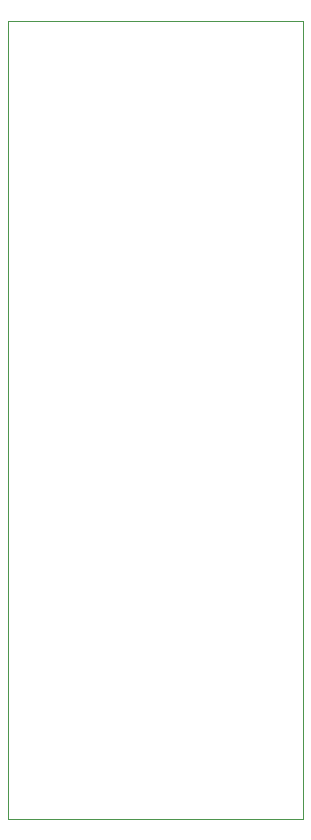
<source format=gbr>
%TF.GenerationSoftware,KiCad,Pcbnew,(5.1.2)-1*%
%TF.CreationDate,2022-05-17T10:19:51-05:00*%
%TF.ProjectId,aducm_board,61647563-6d5f-4626-9f61-72642e6b6963,1.6*%
%TF.SameCoordinates,Original*%
%TF.FileFunction,Profile,NP*%
%FSLAX46Y46*%
G04 Gerber Fmt 4.6, Leading zero omitted, Abs format (unit mm)*
G04 Created by KiCad (PCBNEW (5.1.2)-1) date 2022-05-17 10:19:51*
%MOMM*%
%LPD*%
G04 APERTURE LIST*
%ADD10C,0.100000*%
G04 APERTURE END LIST*
D10*
X154000000Y-86250000D02*
X154000000Y-153890000D01*
X129000000Y-86250000D02*
X154000000Y-86250000D01*
X129000000Y-153890000D02*
X129000000Y-86250000D01*
X154000000Y-153890000D02*
X129000000Y-153890000D01*
M02*

</source>
